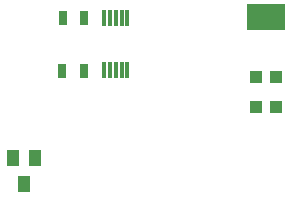
<source format=gbr>
G04 EAGLE Gerber RS-274X export*
G75*
%MOMM*%
%FSLAX34Y34*%
%LPD*%
%INSolderpaste Top*%
%IPPOS*%
%AMOC8*
5,1,8,0,0,1.08239X$1,22.5*%
G01*
%ADD10R,3.302000X2.235200*%
%ADD11R,1.100000X1.000000*%
%ADD12R,0.300000X1.450000*%
%ADD13R,1.000000X1.400000*%
%ADD14R,0.800000X1.200000*%


D10*
X406400Y381000D03*
D11*
X397900Y330200D03*
X414900Y330200D03*
X397900Y304800D03*
X414900Y304800D03*
D12*
X288800Y336550D03*
X288800Y380550D03*
X283800Y380550D03*
X283800Y336550D03*
X278800Y336550D03*
X273800Y336550D03*
X268800Y336550D03*
X278800Y380550D03*
X273800Y380550D03*
X268800Y380550D03*
D13*
X201290Y239964D03*
X191790Y261964D03*
X210790Y261964D03*
D14*
X251646Y336067D03*
X233646Y336067D03*
X251951Y380594D03*
X233951Y380594D03*
M02*

</source>
